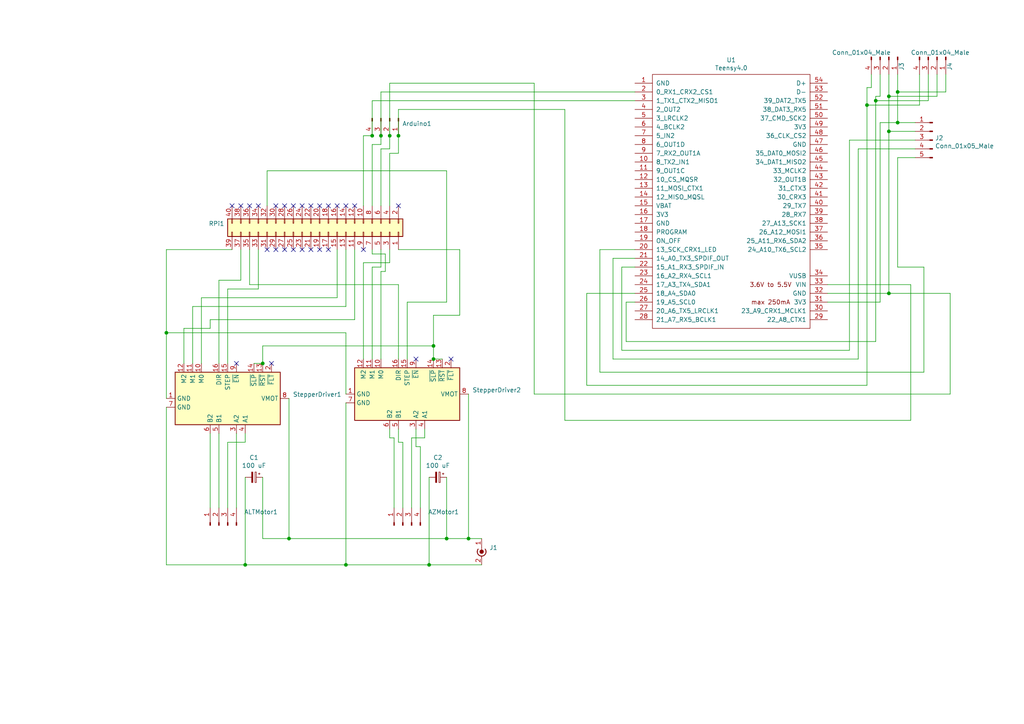
<source format=kicad_sch>
(kicad_sch (version 20211123) (generator eeschema)
  (paper "A4")
  (lib_symbols
    (symbol "Connector:Conn_01x04_Male" (pin_names (offset 1.016) hide)
      (property "Reference" "J" (at 0 5.08 0))
      (property "Value" "Conn_01x04_Male" (at 0 -7.62 0))
      (symbol "Conn_01x04_Male_1_1"
        (polyline (pts (xy 1.27 -5.08) (xy 0.8636 -5.08)) (stroke (width 0.1524)))
        (polyline (pts (xy 1.27 -2.54) (xy 0.8636 -2.54)) (stroke (width 0.1524)))
        (polyline (pts (xy 1.27 0) (xy 0.8636 0)) (stroke (width 0.1524)))
        (polyline (pts (xy 1.27 2.54) (xy 0.8636 2.54)) (stroke (width 0.1524)))
        (rectangle (start 0.8636 -4.953) (end 0 -5.207) (stroke (width 0.1524)) (fill (type outline)))
        (rectangle (start 0.8636 -2.413) (end 0 -2.667) (stroke (width 0.1524)) (fill (type outline)))
        (rectangle (start 0.8636 0.127) (end 0 -0.127) (stroke (width 0.1524)) (fill (type outline)))
        (rectangle (start 0.8636 2.667) (end 0 2.413) (stroke (width 0.1524)) (fill (type outline)))
        (pin passive line (at 5.08 2.54 180) (length 3.81) (name "Pin_1") (number "1"))
        (pin passive line (at 5.08 0 180) (length 3.81) (name "Pin_2") (number "2"))
        (pin passive line (at 5.08 -2.54 180) (length 3.81) (name "Pin_3") (number "3"))
        (pin passive line (at 5.08 -5.08 180) (length 3.81) (name "Pin_4") (number "4"))
      )
    )
    (symbol "Connector:Conn_01x05_Male" (pin_names (offset 1.016) hide)
      (property "Reference" "J" (at 0 7.62 0))
      (property "Value" "Conn_01x05_Male" (at 0 -7.62 0))
      (symbol "Conn_01x05_Male_1_1"
        (polyline (pts (xy 1.27 -5.08) (xy 0.8636 -5.08)) (stroke (width 0.1524)))
        (polyline (pts (xy 1.27 -2.54) (xy 0.8636 -2.54)) (stroke (width 0.1524)))
        (polyline (pts (xy 1.27 0) (xy 0.8636 0)) (stroke (width 0.1524)))
        (polyline (pts (xy 1.27 2.54) (xy 0.8636 2.54)) (stroke (width 0.1524)))
        (polyline (pts (xy 1.27 5.08) (xy 0.8636 5.08)) (stroke (width 0.1524)))
        (rectangle (start 0.8636 -4.953) (end 0 -5.207) (stroke (width 0.1524)) (fill (type outline)))
        (rectangle (start 0.8636 -2.413) (end 0 -2.667) (stroke (width 0.1524)) (fill (type outline)))
        (rectangle (start 0.8636 0.127) (end 0 -0.127) (stroke (width 0.1524)) (fill (type outline)))
        (rectangle (start 0.8636 2.667) (end 0 2.413) (stroke (width 0.1524)) (fill (type outline)))
        (rectangle (start 0.8636 5.207) (end 0 4.953) (stroke (width 0.1524)) (fill (type outline)))
        (pin passive line (at 5.08 5.08 180) (length 3.81) (name "Pin_1") (number "1"))
        (pin passive line (at 5.08 2.54 180) (length 3.81) (name "Pin_2") (number "2"))
        (pin passive line (at 5.08 0 180) (length 3.81) (name "Pin_3") (number "3"))
        (pin passive line (at 5.08 -2.54 180) (length 3.81) (name "Pin_4") (number "4"))
        (pin passive line (at 5.08 -5.08 180) (length 3.81) (name "Pin_5") (number "5"))
      )
    )
    (symbol "Connector:Conn_Coaxial_Power" (pin_names (offset 1.016) hide)
      (property "Reference" "J" (at -5.08 -1.27 90))
      (property "Value" "Conn_Coaxial_Power" (at -3.175 -1.27 90))
      (symbol "Conn_Coaxial_Power_0_1"
        (arc (start -1.27 -1.27) (mid 0 -2.54) (end 1.27 -1.27) (stroke (width 0.254)))
        (arc (start -1.016 -0.508) (mid -1.2048 -0.8684) (end -1.27 -1.27) (stroke (width 0.254)))
        (circle (center 0 -1.27) (radius 0.508) (stroke (width 0.2032)) (fill (type outline)))
        (polyline (pts (xy 0 -2.54) (xy 0 -3.048)))
        (polyline (pts (xy 0 0) (xy 0 -1.27)))
        (arc (start 1.27 -1.27) (mid 1.2048 -0.8684) (end 1.016 -0.508) (stroke (width 0.254)))
      )
      (symbol "Conn_Coaxial_Power_1_1"
        (pin passive line (at 0 2.54 270) (length 2.54) (name "In") (number "1"))
        (pin passive line (at 0 -5.08 90) (length 2.54) (name "Ext") (number "2"))
      )
    )
    (symbol "Connector_Generic:Conn_02x20_Odd_Even" (pin_names (offset 1.016) hide)
      (property "Reference" "J" (at 1.27 25.4 0))
      (property "Value" "Conn_02x20_Odd_Even" (at 1.27 -27.94 0))
      (symbol "Conn_02x20_Odd_Even_1_1"
        (rectangle (start -1.27 -25.273) (end 0 -25.527) (stroke (width 0.1524)))
        (rectangle (start -1.27 -22.733) (end 0 -22.987) (stroke (width 0.1524)))
        (rectangle (start -1.27 -20.193) (end 0 -20.447) (stroke (width 0.1524)))
        (rectangle (start -1.27 -17.653) (end 0 -17.907) (stroke (width 0.1524)))
        (rectangle (start -1.27 -15.113) (end 0 -15.367) (stroke (width 0.1524)))
        (rectangle (start -1.27 -12.573) (end 0 -12.827) (stroke (width 0.1524)))
        (rectangle (start -1.27 -10.033) (end 0 -10.287) (stroke (width 0.1524)))
        (rectangle (start -1.27 -7.493) (end 0 -7.747) (stroke (width 0.1524)))
        (rectangle (start -1.27 -4.953) (end 0 -5.207) (stroke (width 0.1524)))
        (rectangle (start -1.27 -2.413) (end 0 -2.667) (stroke (width 0.1524)))
        (rectangle (start -1.27 0.127) (end 0 -0.127) (stroke (width 0.1524)))
        (rectangle (start -1.27 2.667) (end 0 2.413) (stroke (width 0.1524)))
        (rectangle (start -1.27 5.207) (end 0 4.953) (stroke (width 0.1524)))
        (rectangle (start -1.27 7.747) (end 0 7.493) (stroke (width 0.1524)))
        (rectangle (start -1.27 10.287) (end 0 10.033) (stroke (width 0.1524)))
        (rectangle (start -1.27 12.827) (end 0 12.573) (stroke (width 0.1524)))
        (rectangle (start -1.27 15.367) (end 0 15.113) (stroke (width 0.1524)))
        (rectangle (start -1.27 17.907) (end 0 17.653) (stroke (width 0.1524)))
        (rectangle (start -1.27 20.447) (end 0 20.193) (stroke (width 0.1524)))
        (rectangle (start -1.27 22.987) (end 0 22.733) (stroke (width 0.1524)))
        (rectangle (start -1.27 24.13) (end 3.81 -26.67) (stroke (width 0.254)) (fill (type background)))
        (rectangle (start 3.81 -25.273) (end 2.54 -25.527) (stroke (width 0.1524)))
        (rectangle (start 3.81 -22.733) (end 2.54 -22.987) (stroke (width 0.1524)))
        (rectangle (start 3.81 -20.193) (end 2.54 -20.447) (stroke (width 0.1524)))
        (rectangle (start 3.81 -17.653) (end 2.54 -17.907) (stroke (width 0.1524)))
        (rectangle (start 3.81 -15.113) (end 2.54 -15.367) (stroke (width 0.1524)))
        (rectangle (start 3.81 -12.573) (end 2.54 -12.827) (stroke (width 0.1524)))
        (rectangle (start 3.81 -10.033) (end 2.54 -10.287) (stroke (width 0.1524)))
        (rectangle (start 3.81 -7.493) (end 2.54 -7.747) (stroke (width 0.1524)))
        (rectangle (start 3.81 -4.953) (end 2.54 -5.207) (stroke (width 0.1524)))
        (rectangle (start 3.81 -2.413) (end 2.54 -2.667) (stroke (width 0.1524)))
        (rectangle (start 3.81 0.127) (end 2.54 -0.127) (stroke (width 0.1524)))
        (rectangle (start 3.81 2.667) (end 2.54 2.413) (stroke (width 0.1524)))
        (rectangle (start 3.81 5.207) (end 2.54 4.953) (stroke (width 0.1524)))
        (rectangle (start 3.81 7.747) (end 2.54 7.493) (stroke (width 0.1524)))
        (rectangle (start 3.81 10.287) (end 2.54 10.033) (stroke (width 0.1524)))
        (rectangle (start 3.81 12.827) (end 2.54 12.573) (stroke (width 0.1524)))
        (rectangle (start 3.81 15.367) (end 2.54 15.113) (stroke (width 0.1524)))
        (rectangle (start 3.81 17.907) (end 2.54 17.653) (stroke (width 0.1524)))
        (rectangle (start 3.81 20.447) (end 2.54 20.193) (stroke (width 0.1524)))
        (rectangle (start 3.81 22.987) (end 2.54 22.733) (stroke (width 0.1524)))
        (pin passive line (at -5.08 22.86 0) (length 3.81) (name "Pin_1") (number "1"))
        (pin passive line (at 7.62 12.7 180) (length 3.81) (name "Pin_10") (number "10"))
        (pin passive line (at -5.08 10.16 0) (length 3.81) (name "Pin_11") (number "11"))
        (pin passive line (at 7.62 10.16 180) (length 3.81) (name "Pin_12") (number "12"))
        (pin passive line (at -5.08 7.62 0) (length 3.81) (name "Pin_13") (number "13"))
        (pin passive line (at 7.62 7.62 180) (length 3.81) (name "Pin_14") (number "14"))
        (pin passive line (at -5.08 5.08 0) (length 3.81) (name "Pin_15") (number "15"))
        (pin passive line (at 7.62 5.08 180) (length 3.81) (name "Pin_16") (number "16"))
        (pin passive line (at -5.08 2.54 0) (length 3.81) (name "Pin_17") (number "17"))
        (pin passive line (at 7.62 2.54 180) (length 3.81) (name "Pin_18") (number "18"))
        (pin passive line (at -5.08 0 0) (length 3.81) (name "Pin_19") (number "19"))
        (pin passive line (at 7.62 22.86 180) (length 3.81) (name "Pin_2") (number "2"))
        (pin passive line (at 7.62 0 180) (length 3.81) (name "Pin_20") (number "20"))
        (pin passive line (at -5.08 -2.54 0) (length 3.81) (name "Pin_21") (number "21"))
        (pin passive line (at 7.62 -2.54 180) (length 3.81) (name "Pin_22") (number "22"))
        (pin passive line (at -5.08 -5.08 0) (length 3.81) (name "Pin_23") (number "23"))
        (pin passive line (at 7.62 -5.08 180) (length 3.81) (name "Pin_24") (number "24"))
        (pin passive line (at -5.08 -7.62 0) (length 3.81) (name "Pin_25") (number "25"))
        (pin passive line (at 7.62 -7.62 180) (length 3.81) (name "Pin_26") (number "26"))
        (pin passive line (at -5.08 -10.16 0) (length 3.81) (name "Pin_27") (number "27"))
        (pin passive line (at 7.62 -10.16 180) (length 3.81) (name "Pin_28") (number "28"))
        (pin passive line (at -5.08 -12.7 0) (length 3.81) (name "Pin_29") (number "29"))
        (pin passive line (at -5.08 20.32 0) (length 3.81) (name "Pin_3") (number "3"))
        (pin passive line (at 7.62 -12.7 180) (length 3.81) (name "Pin_30") (number "30"))
        (pin passive line (at -5.08 -15.24 0) (length 3.81) (name "Pin_31") (number "31"))
        (pin passive line (at 7.62 -15.24 180) (length 3.81) (name "Pin_32") (number "32"))
        (pin passive line (at -5.08 -17.78 0) (length 3.81) (name "Pin_33") (number "33"))
        (pin passive line (at 7.62 -17.78 180) (length 3.81) (name "Pin_34") (number "34"))
        (pin passive line (at -5.08 -20.32 0) (length 3.81) (name "Pin_35") (number "35"))
        (pin passive line (at 7.62 -20.32 180) (length 3.81) (name "Pin_36") (number "36"))
        (pin passive line (at -5.08 -22.86 0) (length 3.81) (name "Pin_37") (number "37"))
        (pin passive line (at 7.62 -22.86 180) (length 3.81) (name "Pin_38") (number "38"))
        (pin passive line (at -5.08 -25.4 0) (length 3.81) (name "Pin_39") (number "39"))
        (pin passive line (at 7.62 20.32 180) (length 3.81) (name "Pin_4") (number "4"))
        (pin passive line (at 7.62 -25.4 180) (length 3.81) (name "Pin_40") (number "40"))
        (pin passive line (at -5.08 17.78 0) (length 3.81) (name "Pin_5") (number "5"))
        (pin passive line (at 7.62 17.78 180) (length 3.81) (name "Pin_6") (number "6"))
        (pin passive line (at -5.08 15.24 0) (length 3.81) (name "Pin_7") (number "7"))
        (pin passive line (at 7.62 15.24 180) (length 3.81) (name "Pin_8") (number "8"))
        (pin passive line (at -5.08 12.7 0) (length 3.81) (name "Pin_9") (number "9"))
      )
    )
    (symbol "Device:CP_Small" (pin_numbers hide) (pin_names (offset 0.254) hide)
      (property "Reference" "C" (at 0.254 1.778 0))
      (property "Value" "Device_CP_Small" (at 0.254 -2.032 0))
      (symbol "CP_Small_0_1"
        (rectangle (start -1.524 -0.3048) (end 1.524 -0.6858) (fill (type outline)))
        (rectangle (start -1.524 0.6858) (end 1.524 0.3048))
        (polyline (pts (xy -1.27 1.524) (xy -0.762 1.524)))
        (polyline (pts (xy -1.016 1.27) (xy -1.016 1.778)))
      )
      (symbol "CP_Small_1_1"
        (pin passive line (at 0 2.54 270) (length 1.8542) (name "~") (number "1"))
        (pin passive line (at 0 -2.54 90) (length 1.8542) (name "~") (number "2"))
      )
    )
    (symbol "Driver_Motor:Pololu_Breakout_DRV8825"
      (property "Reference" "A" (at -2.54 16.51 0))
      (property "Value" "Pololu_Breakout_DRV8825" (at -2.54 13.97 0))
      (symbol "Pololu_Breakout_DRV8825_0_1"
        (rectangle (start 7.62 -17.78) (end -7.62 12.7) (stroke (width 0.254)) (fill (type background)))
      )
      (symbol "Pololu_Breakout_DRV8825_1_1"
        (pin power_in line (at 0 -20.32 90) (length 2.54) (name "GND") (number "1"))
        (pin input line (at -10.16 -10.16 0) (length 2.54) (name "M0") (number "10"))
        (pin input line (at -10.16 -12.7 0) (length 2.54) (name "M1") (number "11"))
        (pin input line (at -10.16 -15.24 0) (length 2.54) (name "M2") (number "12"))
        (pin input line (at -10.16 7.62 0) (length 2.54) (name "~{RST}") (number "13"))
        (pin input line (at -10.16 5.08 0) (length 2.54) (name "~{SLP}") (number "14"))
        (pin input line (at -10.16 -2.54 0) (length 2.54) (name "STEP") (number "15"))
        (pin input line (at -10.16 -5.08 0) (length 2.54) (name "DIR") (number "16"))
        (pin output line (at -10.16 10.16 0) (length 2.54) (name "~{FLT}") (number "2"))
        (pin output line (at 10.16 0 180) (length 2.54) (name "A2") (number "3"))
        (pin output line (at 10.16 2.54 180) (length 2.54) (name "A1") (number "4"))
        (pin output line (at 10.16 -5.08 180) (length 2.54) (name "B1") (number "5"))
        (pin output line (at 10.16 -7.62 180) (length 2.54) (name "B2") (number "6"))
        (pin power_in line (at 2.54 -20.32 90) (length 2.54) (name "GND") (number "7"))
        (pin power_in line (at 0 15.24 270) (length 2.54) (name "VMOT") (number "8"))
        (pin input line (at -10.16 0 0) (length 2.54) (name "~{EN}") (number "9"))
      )
    )
    (symbol "teensy:Teensy4.0" (pin_names (offset 1.016))
      (property "Reference" "U" (at 0 39.37 0))
      (property "Value" "Teensy4.0" (at 0 -39.37 0))
      (symbol "Teensy4.0_0_0"
        (text "3.6V to 5.5V" (at 11.43 -24.13 0) (effects (font (size 1.27 1.27))))
        (text "max 250mA" (at 11.43 -29.21 0) (effects (font (size 1.27 1.27))))
        (pin bidirectional line (at -27.94 11.43 0) (length 5.08) (name "8_TX2_IN1") (number "10"))
        (pin bidirectional line (at -27.94 8.89 0) (length 5.08) (name "9_OUT1C") (number "11"))
        (pin bidirectional line (at -27.94 6.35 0) (length 5.08) (name "10_CS_MQSR") (number "12"))
        (pin bidirectional line (at -27.94 3.81 0) (length 5.08) (name "11_MOSI_CTX1") (number "13"))
        (pin bidirectional line (at -27.94 1.27 0) (length 5.08) (name "12_MISO_MQSL") (number "14"))
        (pin power_in line (at -27.94 -1.27 0) (length 5.08) (name "VBAT") (number "15"))
        (pin power_in line (at -27.94 -3.81 0) (length 5.08) (name "3V3") (number "16"))
        (pin power_in line (at -27.94 -6.35 0) (length 5.08) (name "GND") (number "17"))
        (pin input line (at -27.94 -8.89 0) (length 5.08) (name "PROGRAM") (number "18"))
        (pin input line (at -27.94 -11.43 0) (length 5.08) (name "ON_OFF") (number "19"))
        (pin bidirectional line (at -27.94 -13.97 0) (length 5.08) (name "13_SCK_CRX1_LED") (number "20"))
        (pin bidirectional line (at -27.94 -16.51 0) (length 5.08) (name "14_A0_TX3_SPDIF_OUT") (number "21"))
        (pin bidirectional line (at -27.94 -19.05 0) (length 5.08) (name "15_A1_RX3_SPDIF_IN") (number "22"))
        (pin bidirectional line (at -27.94 -21.59 0) (length 5.08) (name "16_A2_RX4_SCL1") (number "23"))
        (pin bidirectional line (at -27.94 -24.13 0) (length 5.08) (name "17_A3_TX4_SDA1") (number "24"))
        (pin bidirectional line (at -27.94 -26.67 0) (length 5.08) (name "18_A4_SDA0") (number "25"))
        (pin bidirectional line (at -27.94 -29.21 0) (length 5.08) (name "19_A5_SCL0") (number "26"))
        (pin bidirectional line (at -27.94 -31.75 0) (length 5.08) (name "20_A6_TX5_LRCLK1") (number "27"))
        (pin bidirectional line (at -27.94 -34.29 0) (length 5.08) (name "21_A7_RX5_BCLK1") (number "28"))
        (pin bidirectional line (at 27.94 -34.29 180) (length 5.08) (name "22_A8_CTX1") (number "29"))
        (pin bidirectional line (at 27.94 -31.75 180) (length 5.08) (name "23_A9_CRX1_MCLK1") (number "30"))
        (pin power_out line (at 27.94 -29.21 180) (length 5.08) (name "3V3") (number "31"))
        (pin power_in line (at 27.94 -26.67 180) (length 5.08) (name "GND") (number "32"))
        (pin power_in line (at 27.94 -24.13 180) (length 5.08) (name "VIN") (number "33"))
        (pin power_out line (at 27.94 -21.59 180) (length 5.08) (name "VUSB") (number "34"))
        (pin bidirectional line (at 27.94 -13.97 180) (length 5.08) (name "24_A10_TX6_SCL2") (number "35"))
        (pin bidirectional line (at 27.94 -11.43 180) (length 5.08) (name "25_A11_RX6_SDA2") (number "36"))
        (pin bidirectional line (at 27.94 -8.89 180) (length 5.08) (name "26_A12_MOSI1") (number "37"))
        (pin bidirectional line (at 27.94 -6.35 180) (length 5.08) (name "27_A13_SCK1") (number "38"))
        (pin bidirectional line (at 27.94 -3.81 180) (length 5.08) (name "28_RX7") (number "39"))
        (pin bidirectional line (at 27.94 -1.27 180) (length 5.08) (name "29_TX7") (number "40"))
        (pin bidirectional line (at 27.94 1.27 180) (length 5.08) (name "30_CRX3") (number "41"))
        (pin bidirectional line (at 27.94 3.81 180) (length 5.08) (name "31_CTX3") (number "42"))
        (pin bidirectional line (at 27.94 6.35 180) (length 5.08) (name "32_OUT1B") (number "43"))
        (pin bidirectional line (at 27.94 8.89 180) (length 5.08) (name "33_MCLK2") (number "44"))
        (pin bidirectional line (at 27.94 11.43 180) (length 5.08) (name "34_DAT1_MISO2") (number "45"))
        (pin bidirectional line (at 27.94 13.97 180) (length 5.08) (name "35_DAT0_MOSI2") (number "46"))
        (pin power_out line (at 27.94 16.51 180) (length 5.08) (name "GND") (number "47"))
        (pin bidirectional line (at 27.94 19.05 180) (length 5.08) (name "36_CLK_CS2") (number "48"))
        (pin power_out line (at 27.94 21.59 180) (length 5.08) (name "3V3") (number "49"))
        (pin bidirectional line (at -27.94 24.13 0) (length 5.08) (name "3_LRCLK2") (number "5"))
        (pin bidirectional line (at 27.94 24.13 180) (length 5.08) (name "37_CMD_SCK2") (number "50"))
        (pin bidirectional line (at 27.94 26.67 180) (length 5.08) (name "38_DAT3_RX5") (number "51"))
        (pin bidirectional line (at 27.94 29.21 180) (length 5.08) (name "39_DAT2_TX5") (number "52"))
        (pin bidirectional line (at 27.94 31.75 180) (length 5.08) (name "D-") (number "53"))
        (pin bidirectional line (at 27.94 34.29 180) (length 5.08) (name "D+") (number "54"))
        (pin bidirectional line (at -27.94 21.59 0) (length 5.08) (name "4_BCLK2") (number "6"))
        (pin bidirectional line (at -27.94 19.05 0) (length 5.08) (name "5_IN2") (number "7"))
        (pin bidirectional line (at -27.94 16.51 0) (length 5.08) (name "6_OUT1D") (number "8"))
        (pin bidirectional line (at -27.94 13.97 0) (length 5.08) (name "7_RX2_OUT1A") (number "9"))
      )
      (symbol "Teensy4.0_0_1"
        (rectangle (start -22.86 36.83) (end 22.86 -36.83))
        (rectangle (start -20.32 -31.75) (end -20.32 -31.75))
      )
      (symbol "Teensy4.0_1_1"
        (pin power_in line (at -27.94 34.29 0) (length 5.08) (name "GND") (number "1"))
        (pin bidirectional line (at -27.94 31.75 0) (length 5.08) (name "0_RX1_CRX2_CS1") (number "2"))
        (pin bidirectional line (at -27.94 29.21 0) (length 5.08) (name "1_TX1_CTX2_MISO1") (number "3"))
        (pin bidirectional line (at -27.94 26.67 0) (length 5.08) (name "2_OUT2") (number "4"))
      )
    )
  )
  (junction (at 83.82 156.21))
  (junction (at 113.03 39.37))
  (junction (at 257.81 38.1))
  (junction (at 257.81 85.09))
  (junction (at 115.57 39.37))
  (junction (at 260.35 35.56))
  (junction (at 125.73 100.33))
  (junction (at 48.26 96.52))
  (junction (at 71.12 163.83))
  (junction (at 129.54 156.21))
  (junction (at 124.46 163.83))
  (junction (at 135.89 156.21))
  (junction (at 76.2 105.41))
  (junction (at 110.49 39.37))
  (junction (at 251.46 30.48))
  (junction (at 260.35 26.67))
  (junction (at 107.95 39.37))
  (junction (at 125.73 104.14))
  (junction (at 257.81 27.94))
  (junction (at 100.33 163.83))
  (junction (at 254 29.21))
  (no_connect (at 100.33 59.69))
  (no_connect (at 92.71 72.39))
  (no_connect (at 74.93 59.69))
  (no_connect (at 87.63 59.69))
  (no_connect (at 77.47 72.39))
  (no_connect (at 90.17 72.39))
  (no_connect (at 102.87 59.69))
  (no_connect (at 95.25 72.39))
  (no_connect (at 85.09 72.39))
  (no_connect (at 130.81 104.14))
  (no_connect (at 82.55 59.69))
  (no_connect (at 105.41 72.39))
  (no_connect (at 120.65 104.14))
  (no_connect (at 95.25 59.69))
  (no_connect (at 85.09 59.69))
  (no_connect (at 80.01 72.39))
  (no_connect (at 92.71 59.69))
  (no_connect (at 69.85 59.69))
  (no_connect (at 115.57 59.69))
  (no_connect (at 72.39 59.69))
  (no_connect (at 80.01 59.69))
  (no_connect (at 67.31 59.69))
  (no_connect (at 68.58 105.41))
  (no_connect (at 82.55 72.39))
  (no_connect (at 90.17 59.69))
  (no_connect (at 97.79 59.69))
  (no_connect (at 87.63 72.39))
  (no_connect (at 78.74 105.41))
  (wire (pts (xy 251.46 30.48) (xy 251.46 25.4)))
  (wire (pts (xy 113.03 24.13) (xy 113.03 39.37)))
  (wire (pts (xy 110.49 41.91) (xy 110.49 39.37)))
  (wire (pts (xy 113.03 127) (xy 113.03 124.46)))
  (wire (pts (xy 177.8 74.93) (xy 184.15 74.93)))
  (wire (pts (xy 181.61 99.06) (xy 254 99.06)))
  (wire (pts (xy 246.38 40.64) (xy 246.38 101.6)))
  (wire (pts (xy 68.58 125.73) (xy 68.58 147.32)))
  (wire (pts (xy 123.19 127) (xy 123.19 124.46)))
  (wire (pts (xy 265.43 35.56) (xy 260.35 35.56)))
  (wire (pts (xy 128.27 104.14) (xy 125.73 104.14)))
  (wire (pts (xy 139.7 163.83) (xy 124.46 163.83)))
  (wire (pts (xy 125.73 91.44) (xy 133.35 91.44)))
  (wire (pts (xy 83.82 156.21) (xy 76.2 156.21)))
  (wire (pts (xy 83.82 156.21) (xy 129.54 156.21)))
  (wire (pts (xy 115.57 104.14) (xy 115.57 82.55)))
  (wire (pts (xy 248.92 43.18) (xy 248.92 104.14)))
  (wire (pts (xy 48.26 72.39) (xy 67.31 72.39)))
  (wire (pts (xy 133.35 91.44) (xy 133.35 72.39)))
  (wire (pts (xy 76.2 156.21) (xy 76.2 138.43)))
  (wire (pts (xy 60.96 95.25) (xy 60.96 92.71)))
  (wire (pts (xy 76.2 105.41) (xy 73.66 105.41)))
  (wire (pts (xy 133.35 72.39) (xy 115.57 72.39)))
  (wire (pts (xy 260.35 21.59) (xy 260.35 26.67)))
  (wire (pts (xy 105.41 59.69) (xy 105.41 39.37)))
  (wire (pts (xy 274.32 26.67) (xy 260.35 26.67)))
  (wire (pts (xy 107.95 29.21) (xy 107.95 39.37)))
  (wire (pts (xy 113.03 59.69) (xy 113.03 44.45)))
  (wire (pts (xy 163.83 31.75) (xy 163.83 121.92)))
  (wire (pts (xy 246.38 40.64) (xy 265.43 40.64)))
  (wire (pts (xy 265.43 38.1) (xy 257.81 38.1)))
  (wire (pts (xy 135.89 114.3) (xy 135.89 156.21)))
  (wire (pts (xy 100.33 96.52) (xy 48.26 96.52)))
  (wire (pts (xy 269.24 29.21) (xy 254 29.21)))
  (wire (pts (xy 265.43 43.18) (xy 248.92 43.18)))
  (wire (pts (xy 180.34 101.6) (xy 180.34 77.47)))
  (wire (pts (xy 58.42 86.36) (xy 97.79 86.36)))
  (wire (pts (xy 111.76 78.74) (xy 111.76 73.66)))
  (wire (pts (xy 110.49 43.18) (xy 113.03 43.18)))
  (wire (pts (xy 266.7 30.48) (xy 251.46 30.48)))
  (wire (pts (xy 66.04 83.82) (xy 74.93 83.82)))
  (wire (pts (xy 264.16 82.55) (xy 240.03 82.55)))
  (wire (pts (xy 71.12 163.83) (xy 71.12 138.43)))
  (wire (pts (xy 121.92 147.32) (xy 121.92 129.54)))
  (wire (pts (xy 74.93 83.82) (xy 74.93 72.39)))
  (wire (pts (xy 139.7 156.21) (xy 135.89 156.21)))
  (wire (pts (xy 248.92 104.14) (xy 177.8 104.14)))
  (wire (pts (xy 135.89 156.21) (xy 129.54 156.21)))
  (wire (pts (xy 252.73 25.4) (xy 252.73 21.59)))
  (wire (pts (xy 260.35 77.47) (xy 260.35 45.72)))
  (wire (pts (xy 100.33 114.3) (xy 100.33 96.52)))
  (wire (pts (xy 184.15 87.63) (xy 181.61 87.63)))
  (wire (pts (xy 110.49 26.67) (xy 110.49 39.37)))
  (wire (pts (xy 260.35 35.56) (xy 255.27 35.56)))
  (wire (pts (xy 254 27.94) (xy 255.27 27.94)))
  (wire (pts (xy 184.15 85.09) (xy 170.18 85.09)))
  (wire (pts (xy 110.49 78.74) (xy 111.76 78.74)))
  (wire (pts (xy 48.26 118.11) (xy 48.26 163.83)))
  (wire (pts (xy 125.73 100.33) (xy 125.73 91.44)))
  (wire (pts (xy 154.94 24.13) (xy 154.94 114.3)))
  (wire (pts (xy 271.78 27.94) (xy 257.81 27.94)))
  (wire (pts (xy 120.65 129.54) (xy 121.92 129.54)))
  (wire (pts (xy 114.3 147.32) (xy 114.3 127)))
  (wire (pts (xy 60.96 92.71) (xy 102.87 92.71)))
  (wire (pts (xy 115.57 82.55) (xy 72.39 82.55)))
  (wire (pts (xy 113.03 43.18) (xy 113.03 39.37)))
  (wire (pts (xy 71.12 128.27) (xy 71.12 125.73)))
  (wire (pts (xy 113.03 76.2) (xy 113.03 72.39)))
  (wire (pts (xy 69.85 81.28) (xy 69.85 72.39)))
  (wire (pts (xy 251.46 25.4) (xy 252.73 25.4)))
  (wire (pts (xy 274.32 21.59) (xy 274.32 26.67)))
  (wire (pts (xy 113.03 44.45) (xy 115.57 44.45)))
  (wire (pts (xy 55.88 105.41) (xy 55.88 88.9)))
  (wire (pts (xy 264.16 121.92) (xy 264.16 82.55)))
  (wire (pts (xy 100.33 88.9) (xy 100.33 72.39)))
  (wire (pts (xy 254 29.21) (xy 254 27.94)))
  (wire (pts (xy 113.03 24.13) (xy 154.94 24.13)))
  (wire (pts (xy 129.54 87.63) (xy 129.54 49.53)))
  (wire (pts (xy 271.78 21.59) (xy 271.78 27.94)))
  (wire (pts (xy 184.15 26.67) (xy 110.49 26.67)))
  (wire (pts (xy 76.2 100.33) (xy 125.73 100.33)))
  (wire (pts (xy 240.03 85.09) (xy 257.81 85.09)))
  (wire (pts (xy 72.39 82.55) (xy 72.39 72.39)))
  (wire (pts (xy 110.49 77.47) (xy 110.49 72.39)))
  (wire (pts (xy 100.33 116.84) (xy 100.33 163.83)))
  (wire (pts (xy 275.59 114.3) (xy 275.59 85.09)))
  (wire (pts (xy 100.33 163.83) (xy 124.46 163.83)))
  (wire (pts (xy 105.41 76.2) (xy 105.41 104.14)))
  (wire (pts (xy 266.7 21.59) (xy 266.7 30.48)))
  (wire (pts (xy 180.34 77.47) (xy 184.15 77.47)))
  (wire (pts (xy 60.96 147.32) (xy 60.96 125.73)))
  (wire (pts (xy 114.3 127) (xy 113.03 127)))
  (wire (pts (xy 163.83 121.92) (xy 264.16 121.92)))
  (wire (pts (xy 107.95 59.69) (xy 107.95 41.91)))
  (wire (pts (xy 124.46 163.83) (xy 124.46 138.43)))
  (wire (pts (xy 97.79 86.36) (xy 97.79 72.39)))
  (wire (pts (xy 115.57 31.75) (xy 163.83 31.75)))
  (wire (pts (xy 255.27 27.94) (xy 255.27 21.59)))
  (wire (pts (xy 255.27 35.56) (xy 255.27 87.63)))
  (wire (pts (xy 240.03 87.63) (xy 255.27 87.63)))
  (wire (pts (xy 107.95 77.47) (xy 107.95 104.14)))
  (wire (pts (xy 66.04 128.27) (xy 71.12 128.27)))
  (wire (pts (xy 107.95 73.66) (xy 107.95 72.39)))
  (wire (pts (xy 76.2 105.41) (xy 76.2 100.33)))
  (wire (pts (xy 260.35 45.72) (xy 265.43 45.72)))
  (wire (pts (xy 53.34 105.41) (xy 53.34 95.25)))
  (wire (pts (xy 119.38 127) (xy 123.19 127)))
  (wire (pts (xy 116.84 128.27) (xy 115.57 128.27)))
  (wire (pts (xy 110.49 104.14) (xy 110.49 78.74)))
  (wire (pts (xy 181.61 87.63) (xy 181.61 99.06)))
  (wire (pts (xy 275.59 85.09) (xy 257.81 85.09)))
  (wire (pts (xy 129.54 156.21) (xy 129.54 138.43)))
  (wire (pts (xy 184.15 29.21) (xy 107.95 29.21)))
  (wire (pts (xy 260.35 26.67) (xy 260.35 35.56)))
  (wire (pts (xy 105.41 39.37) (xy 107.95 39.37)))
  (wire (pts (xy 115.57 44.45) (xy 115.57 39.37)))
  (wire (pts (xy 257.81 27.94) (xy 257.81 21.59)))
  (wire (pts (xy 66.04 105.41) (xy 66.04 83.82)))
  (wire (pts (xy 48.26 163.83) (xy 71.12 163.83)))
  (wire (pts (xy 246.38 101.6) (xy 180.34 101.6)))
  (wire (pts (xy 267.97 77.47) (xy 260.35 77.47)))
  (wire (pts (xy 111.76 73.66) (xy 107.95 73.66)))
  (wire (pts (xy 251.46 111.76) (xy 251.46 30.48)))
  (wire (pts (xy 63.5 147.32) (xy 63.5 125.73)))
  (wire (pts (xy 63.5 81.28) (xy 69.85 81.28)))
  (wire (pts (xy 105.41 76.2) (xy 113.03 76.2)))
  (wire (pts (xy 116.84 147.32) (xy 116.84 128.27)))
  (wire (pts (xy 173.99 107.95) (xy 267.97 107.95)))
  (wire (pts (xy 120.65 124.46) (xy 120.65 129.54)))
  (wire (pts (xy 177.8 104.14) (xy 177.8 74.93)))
  (wire (pts (xy 48.26 96.52) (xy 48.26 72.39)))
  (wire (pts (xy 257.81 38.1) (xy 257.81 27.94)))
  (wire (pts (xy 77.47 49.53) (xy 77.47 59.69)))
  (wire (pts (xy 269.24 21.59) (xy 269.24 29.21)))
  (wire (pts (xy 110.49 59.69) (xy 110.49 43.18)))
  (wire (pts (xy 184.15 72.39) (xy 173.99 72.39)))
  (wire (pts (xy 58.42 86.36) (xy 58.42 105.41)))
  (wire (pts (xy 257.81 38.1) (xy 257.81 85.09)))
  (wire (pts (xy 170.18 85.09) (xy 170.18 111.76)))
  (wire (pts (xy 115.57 128.27) (xy 115.57 124.46)))
  (wire (pts (xy 55.88 88.9) (xy 100.33 88.9)))
  (wire (pts (xy 66.04 147.32) (xy 66.04 128.27)))
  (wire (pts (xy 173.99 72.39) (xy 173.99 107.95)))
  (wire (pts (xy 115.57 39.37) (xy 115.57 31.75)))
  (wire (pts (xy 118.11 104.14) (xy 118.11 87.63)))
  (wire (pts (xy 170.18 111.76) (xy 251.46 111.76)))
  (wire (pts (xy 102.87 92.71) (xy 102.87 72.39)))
  (wire (pts (xy 63.5 105.41) (xy 63.5 81.28)))
  (wire (pts (xy 119.38 147.32) (xy 119.38 127)))
  (wire (pts (xy 254 99.06) (xy 254 29.21)))
  (wire (pts (xy 71.12 163.83) (xy 100.33 163.83)))
  (wire (pts (xy 125.73 104.14) (xy 125.73 100.33)))
  (wire (pts (xy 107.95 41.91) (xy 110.49 41.91)))
  (wire (pts (xy 118.11 87.63) (xy 129.54 87.63)))
  (wire (pts (xy 129.54 49.53) (xy 77.47 49.53)))
  (wire (pts (xy 267.97 107.95) (xy 267.97 77.47)))
  (wire (pts (xy 154.94 114.3) (xy 275.59 114.3)))
  (wire (pts (xy 53.34 95.25) (xy 60.96 95.25)))
  (wire (pts (xy 48.26 115.57) (xy 48.26 96.52)))
  (wire (pts (xy 83.82 115.57) (xy 83.82 156.21)))
  (wire (pts (xy 107.95 77.47) (xy 110.49 77.47)))
  (symbol (lib_id "Connector_Generic:Conn_02x20_Odd_Even") (at 92.71 67.31 270) (mirror x) (unit 1)
    (property "Reference" "RPi1" (at 65.1002 64.8716 90) (effects (justify right)))
    (property "Value" "Conn_02x20" (effects hide))
    (property "Footprint" "Connector_PinSocket_2.54mm:PinSocket_2x20_P2.54mm_Vertical" (effects hide))
  )
  (symbol (lib_id "Device:CP_Small") (at 127 138.43 270) (unit 1)
    (property "Reference" "C2" (at 127 132.715 90))
    (property "Value" "100 uF" (at 127 135.0264 90))
    (property "Footprint" "Capacitor_THT:CP_Radial_D10.0mm_P5.00mm" (effects hide))
  )
  (symbol (lib_id "Device:CP_Small") (at 73.66 138.43 270) (unit 1)
    (property "Reference" "C1" (at 73.66 132.715 90))
    (property "Value" "100 uF" (at 73.66 135.0264 90))
    (property "Footprint" "Capacitor_THT:CP_Radial_D10.0mm_P5.00mm" (effects hide))
  )
  (symbol (lib_id "Connector:Conn_Coaxial_Power") (at 139.7 158.75 0) (unit 1)
    (property "Reference" "J1" (at 141.9352 158.8516 0) (effects (justify left)))
    (property "Value" "Conn_Coaxial_Power" (effects hide))
    (property "Footprint" "Connector_PinHeader_2.54mm:PinHeader_1x02_P2.54mm_Vertical" (effects hide))
  )
  (symbol (lib_id "Connector:Conn_01x04_Male") (at 113.03 34.29 270) (unit 1)
    (property "Reference" "Arduino1" (at 116.6876 35.8648 90) (effects (justify left)))
    (property "Value" "Conn_01x04_Male" (effects hide))
    (property "Footprint" "Connector_PinHeader_2.54mm:PinHeader_1x04_P2.54mm_Vertical" (effects hide))
  )
  (symbol (lib_id "Connector:Conn_01x04_Male") (at 63.5 152.4 90) (unit 1)
    (property "Reference" "ALTMotor1" (at 70.8152 148.4884 90) (effects (justify right)))
    (property "Value" "Conn_01x04_Male" (effects hide))
    (property "Footprint" "Connector_PinHeader_2.54mm:PinHeader_1x04_P2.54mm_Vertical" (effects hide))
  )
  (symbol (lib_id "Connector:Conn_01x04_Male") (at 116.84 152.4 90) (unit 1)
    (property "Reference" "AZMotor1" (at 124.1552 148.4884 90) (effects (justify right)))
    (property "Value" "Conn_01x04_Male" (effects hide))
    (property "Footprint" "Connector_PinHeader_2.54mm:PinHeader_1x04_P2.54mm_Vertical" (effects hide))
  )
  (symbol (lib_id "Driver_Motor:Pololu_Breakout_DRV8825") (at 68.58 115.57 270) (unit 1)
    (property "Reference" "StepperDriver1" (at 84.9376 114.4016 90) (effects (justify left)))
    (property "Value" "Pololu_Breakout_DRV8825" (effects hide))
    (property "Footprint" "Module:Pololu_Breakout-16_15.2x20.3mm" (effects hide))
    (property "Datasheet" "https://www.pololu.com/product/2982" (effects hide))
  )
  (symbol (lib_id "Driver_Motor:Pololu_Breakout_DRV8825") (at 120.65 114.3 270) (unit 1)
    (property "Reference" "StepperDriver2" (at 137.0076 113.1316 90) (effects (justify left)))
    (property "Value" "Pololu_Breakout_DRV8825" (effects hide))
    (property "Footprint" "Module:Pololu_Breakout-16_15.2x20.3mm" (effects hide))
    (property "Datasheet" "https://www.pololu.com/product/2982" (effects hide))
  )
  (symbol (lib_id "teensy:Teensy4.0") (at 212.09 58.42 0) (unit 1)
    (property "Reference" "U1" (at 212.09 17.399 0))
    (property "Value" "Teensy4.0" (at 212.09 19.7104 0))
    (property "Footprint" "teensy:Teensy40" (effects hide))
  )
  (symbol (lib_id "Connector:Conn_01x05_Male") (at 270.51 40.64 0) (mirror y) (unit 1)
    (property "Reference" "J2" (at 271.2212 40.0304 0) (effects (justify right)))
    (property "Value" "Conn_01x05_Male" (at 271.2212 42.3418 0) (effects (justify right)))
    (property "Footprint" "Connector_PinHeader_2.54mm:PinHeader_1x05_P2.54mm_Vertical" (effects hide))
  )
  (symbol (lib_id "Connector:Conn_01x04_Male") (at 257.81 16.51 270) (unit 1)
    (property "Reference" "J3" (at 261.4676 18.0848 0) (effects (justify left)))
    (property "Value" "Conn_01x04_Male" (at 241.3 15.24 90) (effects (justify left)))
    (property "Footprint" "Connector_PinHeader_2.54mm:PinHeader_1x04_P2.54mm_Vertical" (effects hide))
  )
  (symbol (lib_id "Connector:Conn_01x04_Male") (at 271.78 16.51 270) (unit 1)
    (property "Reference" "J4" (at 275.4376 18.0848 0) (effects (justify left)))
    (property "Value" "Conn_01x04_Male" (at 264.16 15.24 90) (effects (justify left)))
    (property "Footprint" "Connector_PinHeader_2.54mm:PinHeader_1x04_P2.54mm_Vertical" (effects hide))
  )
)
</source>
